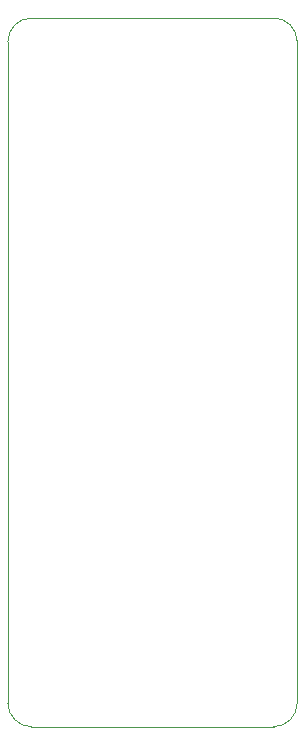
<source format=gm1>
G04 #@! TF.GenerationSoftware,KiCad,Pcbnew,5.1.2*
G04 #@! TF.CreationDate,2019-05-01T14:56:28-06:00*
G04 #@! TF.ProjectId,microphone_array_adapter_board,6d696372-6f70-4686-9f6e-655f61727261,1*
G04 #@! TF.SameCoordinates,PX826a3b0PY7270e00*
G04 #@! TF.FileFunction,Profile,NP*
%FSLAX46Y46*%
G04 Gerber Fmt 4.6, Leading zero omitted, Abs format (unit mm)*
G04 Created by KiCad (PCBNEW 5.1.2) date 2019-05-01 14:56:28*
%MOMM*%
%LPD*%
G04 APERTURE LIST*
%ADD10C,0.100000*%
G04 APERTURE END LIST*
D10*
X2000000Y60000000D02*
X22500000Y60000000D01*
X2000000Y0D02*
X22500000Y0D01*
X2000000Y0D02*
G75*
G02X0Y2000000I0J2000000D01*
G01*
X24500000Y2000000D02*
G75*
G02X22500000Y0I-2000000J0D01*
G01*
X22500000Y60000000D02*
G75*
G02X24500000Y58000000I0J-2000000D01*
G01*
X0Y58000000D02*
G75*
G02X2000000Y60000000I2000000J0D01*
G01*
X24500000Y2000000D02*
X24500000Y58000000D01*
X0Y58000000D02*
X0Y2000000D01*
M02*

</source>
